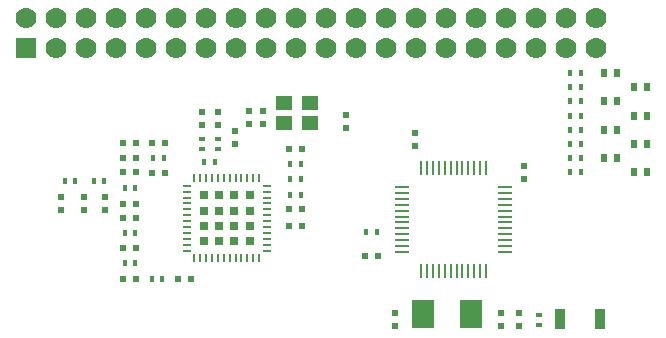
<source format=gtp>
G04 #@! TF.FileFunction,Paste,Top*
%FSLAX46Y46*%
G04 Gerber Fmt 4.6, Leading zero omitted, Abs format (unit mm)*
G04 Created by KiCad (PCBNEW 4.0.6) date 2017 October 18, Wednesday 08:02:58*
%MOMM*%
%LPD*%
G01*
G04 APERTURE LIST*
%ADD10C,0.100000*%
%ADD11R,0.500000X0.600000*%
%ADD12R,0.600000X0.500000*%
%ADD13R,0.600000X0.700000*%
%ADD14R,0.400000X0.600000*%
%ADD15R,0.600000X0.400000*%
%ADD16R,0.900000X1.700000*%
%ADD17R,0.700000X0.250000*%
%ADD18R,0.250000X0.700000*%
%ADD19R,0.772500X0.772500*%
%ADD20R,0.250000X1.300000*%
%ADD21R,1.300000X0.250000*%
%ADD22R,1.400000X1.200000*%
%ADD23R,1.900000X2.400000*%
%ADD24R,1.778000X1.778000*%
%ADD25C,1.778000*%
G04 APERTURE END LIST*
D10*
D11*
X170459400Y-123122600D03*
X170459400Y-124222600D03*
X168706800Y-123097200D03*
X168706800Y-124197200D03*
D12*
X172050000Y-121000000D03*
X173150000Y-121000000D03*
X172050000Y-119750000D03*
X173150000Y-119750000D03*
X173150000Y-123650000D03*
X172050000Y-123650000D03*
X173150000Y-124850000D03*
X172050000Y-124850000D03*
X173150000Y-127400000D03*
X172050000Y-127400000D03*
X173150000Y-130000000D03*
X172050000Y-130000000D03*
X173150000Y-118500000D03*
X172050000Y-118500000D03*
X175550000Y-121050000D03*
X174450000Y-121050000D03*
X176650000Y-130000000D03*
X177750000Y-130000000D03*
X175550000Y-118500000D03*
X174450000Y-118500000D03*
D11*
X178700000Y-117000000D03*
X178700000Y-115900000D03*
X180050000Y-117000000D03*
X180050000Y-115900000D03*
X181457600Y-118634600D03*
X181457600Y-117534600D03*
X182650000Y-115850000D03*
X182650000Y-116950000D03*
X205500000Y-132950000D03*
X205500000Y-134050000D03*
X183850000Y-116950000D03*
X183850000Y-115850000D03*
D12*
X187150000Y-119050000D03*
X186050000Y-119050000D03*
D11*
X190850000Y-116150000D03*
X190850000Y-117250000D03*
D12*
X187150000Y-125550000D03*
X186050000Y-125550000D03*
D11*
X195000000Y-134050000D03*
X195000000Y-132950000D03*
D12*
X187150000Y-124150000D03*
X186050000Y-124150000D03*
D11*
X204000000Y-134050000D03*
X204000000Y-132950000D03*
D12*
X193590000Y-128050000D03*
X192490000Y-128050000D03*
D11*
X206000000Y-121550000D03*
X206000000Y-120450000D03*
X196700000Y-118800000D03*
X196700000Y-117700000D03*
D13*
X216350000Y-113800000D03*
X215250000Y-113800000D03*
X212750000Y-112600000D03*
X213850000Y-112600000D03*
X212750000Y-115000000D03*
X213850000Y-115000000D03*
X215250000Y-116200000D03*
X216350000Y-116200000D03*
X212750000Y-117400000D03*
X213850000Y-117400000D03*
X215250000Y-118600000D03*
X216350000Y-118600000D03*
X212750000Y-119800000D03*
X213850000Y-119800000D03*
D14*
X167063000Y-121716800D03*
X167963000Y-121716800D03*
X169526800Y-121716800D03*
X170426800Y-121716800D03*
X173050000Y-122350000D03*
X172150000Y-122350000D03*
X172150000Y-126100000D03*
X173050000Y-126100000D03*
X193490000Y-126050000D03*
X192590000Y-126050000D03*
X173050000Y-128700000D03*
X172150000Y-128700000D03*
D15*
X178714400Y-119042600D03*
X178714400Y-118142600D03*
X180035200Y-119042600D03*
X180035200Y-118142600D03*
X207200000Y-133950000D03*
X207200000Y-133050000D03*
D14*
X187050000Y-120300000D03*
X186150000Y-120300000D03*
X187050000Y-121600000D03*
X186150000Y-121600000D03*
X187050000Y-122900000D03*
X186150000Y-122900000D03*
X210750000Y-112600000D03*
X209850000Y-112600000D03*
X210750000Y-115000000D03*
X209850000Y-115000000D03*
X210750000Y-116200000D03*
X209850000Y-116200000D03*
X210750000Y-117400000D03*
X209850000Y-117400000D03*
X210750000Y-118600000D03*
X209850000Y-118600000D03*
X210750000Y-119800000D03*
X209850000Y-119800000D03*
X210750000Y-121000000D03*
X209850000Y-121000000D03*
X209850000Y-113800000D03*
X210750000Y-113800000D03*
D16*
X209000000Y-133400000D03*
X212400000Y-133400000D03*
D17*
X177393750Y-122143750D03*
X177393750Y-122643750D03*
X177393750Y-123143750D03*
X177393750Y-123643750D03*
X177393750Y-124143750D03*
X177393750Y-124643750D03*
X177393750Y-125143750D03*
X177393750Y-125643750D03*
X177393750Y-126143750D03*
X177393750Y-126643750D03*
X177393750Y-127143750D03*
X177393750Y-127643750D03*
D18*
X178043750Y-128293750D03*
X178543750Y-128293750D03*
X179043750Y-128293750D03*
X179543750Y-128293750D03*
X180043750Y-128293750D03*
X180543750Y-128293750D03*
X181043750Y-128293750D03*
X181543750Y-128293750D03*
X182043750Y-128293750D03*
X182543750Y-128293750D03*
X183043750Y-128293750D03*
X183543750Y-128293750D03*
D17*
X184193750Y-127643750D03*
X184193750Y-127143750D03*
X184193750Y-126643750D03*
X184193750Y-126143750D03*
X184193750Y-125643750D03*
X184193750Y-125143750D03*
X184193750Y-124643750D03*
X184193750Y-124143750D03*
X184193750Y-123643750D03*
X184193750Y-123143750D03*
X184193750Y-122643750D03*
X184193750Y-122143750D03*
D18*
X183543750Y-121493750D03*
X183043750Y-121493750D03*
X182543750Y-121493750D03*
X182043750Y-121493750D03*
X181543750Y-121493750D03*
X181043750Y-121493750D03*
X180543750Y-121493750D03*
X180043750Y-121493750D03*
X179543750Y-121493750D03*
X179043750Y-121493750D03*
X178543750Y-121493750D03*
X178043750Y-121493750D03*
D19*
X182725000Y-126825000D03*
X182725000Y-125537500D03*
X182725000Y-124250000D03*
X182725000Y-122962500D03*
X181437500Y-126825000D03*
X181437500Y-125537500D03*
X181437500Y-124250000D03*
X181437500Y-122962500D03*
X180150000Y-126825000D03*
X180150000Y-125537500D03*
X180150000Y-124250000D03*
X180150000Y-122962500D03*
X178862500Y-126825000D03*
X178862500Y-125537500D03*
X178862500Y-124250000D03*
X178862500Y-122962500D03*
D20*
X197250000Y-129350000D03*
X197750000Y-129350000D03*
X198250000Y-129350000D03*
X198750000Y-129350000D03*
X199250000Y-129350000D03*
X199750000Y-129350000D03*
X200250000Y-129350000D03*
X200750000Y-129350000D03*
X201250000Y-129350000D03*
X201750000Y-129350000D03*
X202250000Y-129350000D03*
X202750000Y-129350000D03*
D21*
X204350000Y-127750000D03*
X204350000Y-127250000D03*
X204350000Y-126750000D03*
X204350000Y-126250000D03*
X204350000Y-125750000D03*
X204350000Y-125250000D03*
X204350000Y-124750000D03*
X204350000Y-124250000D03*
X204350000Y-123750000D03*
X204350000Y-123250000D03*
X204350000Y-122750000D03*
X204350000Y-122250000D03*
D20*
X202750000Y-120650000D03*
X202250000Y-120650000D03*
X201750000Y-120650000D03*
X201250000Y-120650000D03*
X200750000Y-120650000D03*
X200250000Y-120650000D03*
X199750000Y-120650000D03*
X199250000Y-120650000D03*
X198750000Y-120650000D03*
X198250000Y-120650000D03*
X197750000Y-120650000D03*
X197250000Y-120650000D03*
D21*
X195650000Y-122250000D03*
X195650000Y-122750000D03*
X195650000Y-123250000D03*
X195650000Y-123750000D03*
X195650000Y-124250000D03*
X195650000Y-124750000D03*
X195650000Y-125250000D03*
X195650000Y-125750000D03*
X195650000Y-126250000D03*
X195650000Y-126750000D03*
X195650000Y-127250000D03*
X195650000Y-127750000D03*
D22*
X187850000Y-115150000D03*
X185650000Y-115150000D03*
X185650000Y-116850000D03*
X187850000Y-116850000D03*
D23*
X197400000Y-133000000D03*
X201500000Y-133000000D03*
D13*
X215250000Y-121000000D03*
X216350000Y-121000000D03*
D14*
X174450000Y-130000000D03*
X175350000Y-130000000D03*
X175450000Y-119800000D03*
X174550000Y-119800000D03*
X178874000Y-120142000D03*
X179774000Y-120142000D03*
D11*
X166751000Y-123097200D03*
X166751000Y-124197200D03*
D24*
X163830000Y-110520480D03*
D25*
X163830000Y-107980480D03*
X166370000Y-110520480D03*
X166370000Y-107980480D03*
X168910000Y-110520480D03*
X168910000Y-107980480D03*
X171450000Y-110520480D03*
X171450000Y-107980480D03*
X173990000Y-110520480D03*
X173990000Y-107980480D03*
X176530000Y-110520480D03*
X176530000Y-107980480D03*
X179070000Y-110520480D03*
X179070000Y-107980480D03*
X181610000Y-110520480D03*
X181610000Y-107980480D03*
X184150000Y-110520480D03*
X184150000Y-107980480D03*
X186690000Y-110520480D03*
X186690000Y-107980480D03*
X189230000Y-110520480D03*
X189230000Y-107980480D03*
X191770000Y-110520480D03*
X191770000Y-107980480D03*
X194310000Y-110520480D03*
X194310000Y-107980480D03*
X196850000Y-110520480D03*
X196850000Y-107980480D03*
X199390000Y-110520480D03*
X199390000Y-107980480D03*
X201930000Y-110520480D03*
X201930000Y-107980480D03*
X204470000Y-110520480D03*
X204470000Y-107980480D03*
X207010000Y-110520480D03*
X207010000Y-107980480D03*
X209550000Y-110520480D03*
X209550000Y-107980480D03*
X212090000Y-110520480D03*
X212090000Y-107980480D03*
M02*

</source>
